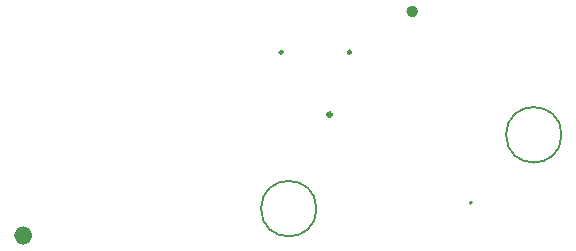
<source format=gbr>
G04 #@! TF.GenerationSoftware,KiCad,Pcbnew,8.0.7-8.0.7-0~ubuntu22.04.1*
G04 #@! TF.CreationDate,2024-12-31T17:49:22+01:00*
G04 #@! TF.ProjectId,kicad_makespace_tutorial,6b696361-645f-46d6-916b-657370616365,v1*
G04 #@! TF.SameCoordinates,Original*
G04 #@! TF.FileFunction,Other,Comment*
%FSLAX46Y46*%
G04 Gerber Fmt 4.6, Leading zero omitted, Abs format (unit mm)*
G04 Created by KiCad (PCBNEW 8.0.7-8.0.7-0~ubuntu22.04.1) date 2024-12-31 17:49:22*
%MOMM*%
%LPD*%
G01*
G04 APERTURE LIST*
%ADD10C,0.150000*%
%ADD11C,0.800000*%
%ADD12C,0.500000*%
%ADD13C,0.250000*%
%ADD14C,0.300000*%
%ADD15C,0.200000*%
G04 APERTURE END LIST*
D10*
G04 #@! TO.C,H1*
X53100000Y-12250000D02*
G75*
G02*
X48400000Y-12250000I-2350000J0D01*
G01*
X48400000Y-12250000D02*
G75*
G02*
X53100000Y-12250000I2350000J0D01*
G01*
D11*
G04 #@! TO.C,U3*
X7917500Y-20780000D02*
G75*
G02*
X7117500Y-20780000I-400000J0D01*
G01*
X7117500Y-20780000D02*
G75*
G02*
X7917500Y-20780000I400000J0D01*
G01*
D12*
G04 #@! TO.C,U1*
X40700000Y-1810000D02*
G75*
G02*
X40200000Y-1810000I-250000J0D01*
G01*
X40200000Y-1810000D02*
G75*
G02*
X40700000Y-1810000I250000J0D01*
G01*
D13*
G04 #@! TO.C,USBC1*
X29470000Y-5262500D02*
G75*
G02*
X29230000Y-5262500I-120000J0D01*
G01*
X29230000Y-5262500D02*
G75*
G02*
X29470000Y-5262500I120000J0D01*
G01*
X35270000Y-5262500D02*
G75*
G02*
X35030000Y-5262500I-120000J0D01*
G01*
X35030000Y-5262500D02*
G75*
G02*
X35270000Y-5262500I120000J0D01*
G01*
D14*
G04 #@! TO.C,U2*
X33600000Y-10550000D02*
G75*
G02*
X33300000Y-10550000I-150000J0D01*
G01*
X33300000Y-10550000D02*
G75*
G02*
X33600000Y-10550000I150000J0D01*
G01*
D10*
G04 #@! TO.C,H3*
X32350000Y-18500000D02*
G75*
G02*
X27650000Y-18500000I-2350000J0D01*
G01*
X27650000Y-18500000D02*
G75*
G02*
X32350000Y-18500000I2350000J0D01*
G01*
D15*
G04 #@! TO.C,U4*
X45500000Y-17990000D02*
G75*
G02*
X45300000Y-17990000I-100000J0D01*
G01*
X45300000Y-17990000D02*
G75*
G02*
X45500000Y-17990000I100000J0D01*
G01*
G04 #@! TD*
M02*

</source>
